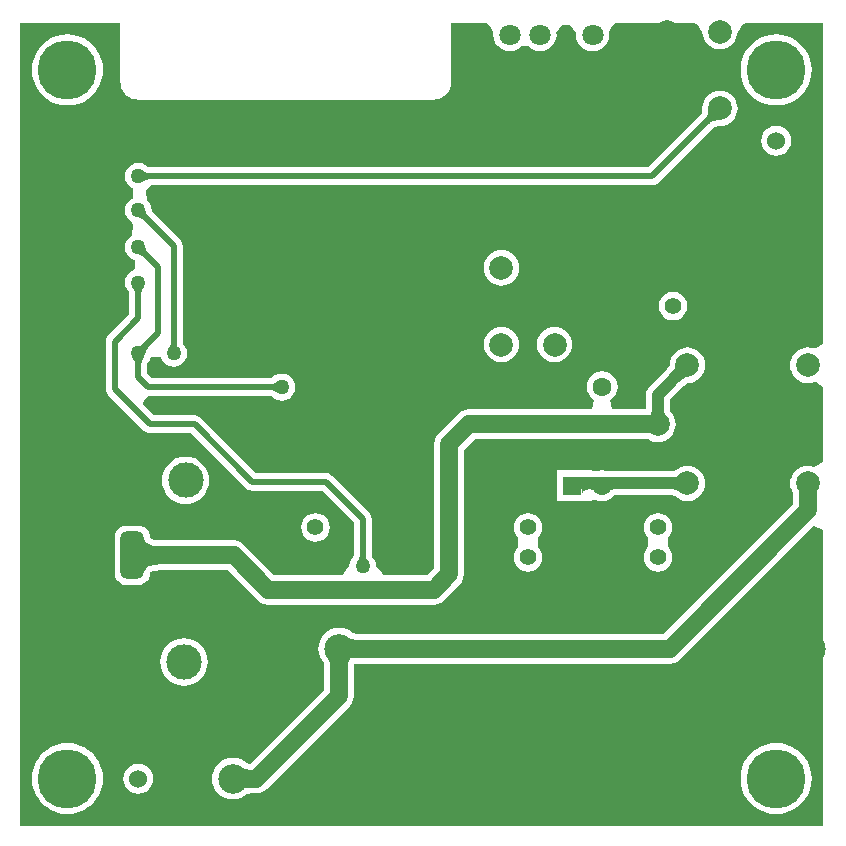
<source format=gbl>
G04 Layer_Physical_Order=2*
G04 Layer_Color=16711680*
%FSLAX25Y25*%
%MOIN*%
G70*
G01*
G75*
%ADD20C,0.11811*%
%ADD22C,0.01968*%
%ADD25C,0.03937*%
%ADD26C,0.19685*%
%ADD27C,0.07874*%
G04:AMPARAMS|DCode=28|XSize=157.48mil|YSize=78.74mil|CornerRadius=19.68mil|HoleSize=0mil|Usage=FLASHONLY|Rotation=0.000|XOffset=0mil|YOffset=0mil|HoleType=Round|Shape=RoundedRectangle|*
%AMROUNDEDRECTD28*
21,1,0.15748,0.03937,0,0,0.0*
21,1,0.11811,0.07874,0,0,0.0*
1,1,0.03937,0.05905,-0.01968*
1,1,0.03937,-0.05905,-0.01968*
1,1,0.03937,-0.05905,0.01968*
1,1,0.03937,0.05905,0.01968*
%
%ADD28ROUNDEDRECTD28*%
G04:AMPARAMS|DCode=29|XSize=157.48mil|YSize=78.74mil|CornerRadius=19.68mil|HoleSize=0mil|Usage=FLASHONLY|Rotation=90.000|XOffset=0mil|YOffset=0mil|HoleType=Round|Shape=RoundedRectangle|*
%AMROUNDEDRECTD29*
21,1,0.15748,0.03937,0,0,90.0*
21,1,0.11811,0.07874,0,0,90.0*
1,1,0.03937,0.01968,0.05905*
1,1,0.03937,0.01968,-0.05905*
1,1,0.03937,-0.01968,-0.05905*
1,1,0.03937,-0.01968,0.05905*
%
%ADD29ROUNDEDRECTD29*%
%ADD30C,0.05512*%
%ADD31C,0.09842*%
%ADD32C,0.07087*%
%ADD33C,0.06299*%
%ADD34R,0.06299X0.06299*%
%ADD35C,0.06000*%
%ADD36C,0.05000*%
%ADD37C,0.05905*%
G36*
X-23924Y-71452D02*
X-23755Y-71535D01*
X-23538Y-71609D01*
X-23273Y-71673D01*
X-22960Y-71727D01*
X-22188Y-71806D01*
X-21224Y-71846D01*
X-20669Y-71850D01*
Y-77756D01*
X-21224Y-77761D01*
X-22960Y-77879D01*
X-23273Y-77933D01*
X-23538Y-77997D01*
X-23755Y-78071D01*
X-23924Y-78154D01*
X-24045Y-78248D01*
Y-71358D01*
X-23924Y-71452D01*
D02*
G37*
G36*
X-59357Y-114759D02*
X-59188Y-114842D01*
X-58971Y-114916D01*
X-58706Y-114980D01*
X-58393Y-115034D01*
X-57621Y-115113D01*
X-56657Y-115153D01*
X-56102Y-115157D01*
Y-121063D01*
X-56657Y-121068D01*
X-58393Y-121186D01*
X-58706Y-121240D01*
X-58971Y-121304D01*
X-59188Y-121378D01*
X-59357Y-121462D01*
X-59478Y-121555D01*
Y-114665D01*
X-59357Y-114759D01*
D02*
G37*
G36*
X133858Y27107D02*
X133692Y26880D01*
X131386Y25407D01*
X130709Y25259D01*
X129898Y25505D01*
X128740Y25619D01*
X127583Y25505D01*
X126469Y25167D01*
X125443Y24619D01*
X124544Y23881D01*
X123806Y22982D01*
X123258Y21956D01*
X122920Y20843D01*
X122806Y19685D01*
X122920Y18527D01*
X123258Y17414D01*
X123806Y16388D01*
X124544Y15489D01*
X125443Y14751D01*
X126469Y14203D01*
X127583Y13865D01*
X128740Y13751D01*
X129898Y13865D01*
X130709Y14111D01*
X131386Y13963D01*
X133692Y12489D01*
X133858Y12263D01*
Y-12263D01*
X133692Y-12489D01*
X131386Y-13963D01*
X130709Y-14111D01*
X129898Y-13865D01*
X128740Y-13751D01*
X127583Y-13865D01*
X126469Y-14203D01*
X125443Y-14751D01*
X124544Y-15489D01*
X123806Y-16388D01*
X123258Y-17414D01*
X122920Y-18527D01*
X122806Y-19685D01*
X122920Y-20843D01*
X123258Y-21956D01*
X123776Y-22926D01*
Y-26684D01*
X80621Y-69839D01*
X-21099D01*
X-21174Y-69839D01*
X-22045Y-69803D01*
X-22687Y-69738D01*
X-22866Y-69707D01*
X-22926Y-69692D01*
X-23713Y-69047D01*
X-24910Y-68407D01*
X-26208Y-68013D01*
X-27559Y-67880D01*
X-28910Y-68013D01*
X-30208Y-68407D01*
X-31405Y-69047D01*
X-32454Y-69908D01*
X-33315Y-70957D01*
X-33955Y-72154D01*
X-34349Y-73453D01*
X-34482Y-74803D01*
X-34349Y-76154D01*
X-33955Y-77452D01*
X-33315Y-78649D01*
X-32670Y-79436D01*
X-32656Y-79496D01*
X-32630Y-79642D01*
X-32523Y-81216D01*
X-32523Y-81263D01*
Y-88495D01*
X-57151Y-113124D01*
X-57478Y-113110D01*
X-58120Y-113045D01*
X-58299Y-113014D01*
X-58359Y-112999D01*
X-59146Y-112354D01*
X-60343Y-111714D01*
X-61642Y-111320D01*
X-62992Y-111187D01*
X-64343Y-111320D01*
X-65641Y-111714D01*
X-66838Y-112354D01*
X-67888Y-113215D01*
X-68748Y-114264D01*
X-69388Y-115461D01*
X-69782Y-116760D01*
X-69915Y-118110D01*
X-69782Y-119461D01*
X-69388Y-120760D01*
X-68748Y-121957D01*
X-67888Y-123006D01*
X-66838Y-123867D01*
X-65641Y-124506D01*
X-64343Y-124900D01*
X-62992Y-125033D01*
X-61642Y-124900D01*
X-60343Y-124506D01*
X-59146Y-123867D01*
X-58359Y-123221D01*
X-58299Y-123207D01*
X-58153Y-123181D01*
X-56580Y-123074D01*
X-56532Y-123074D01*
X-55118D01*
X-53833Y-122905D01*
X-52636Y-122409D01*
X-51608Y-121620D01*
X-24049Y-94061D01*
X-23260Y-93033D01*
X-22764Y-91836D01*
X-22595Y-90551D01*
Y-81263D01*
X-22595Y-81188D01*
X-22559Y-80317D01*
X-22512Y-79860D01*
X-21147Y-79767D01*
X-21099Y-79767D01*
X82677D01*
X83962Y-79598D01*
X85159Y-79102D01*
X86187Y-78313D01*
X130709Y-33791D01*
X133858Y-35096D01*
Y-133858D01*
X-133858D01*
Y133858D01*
X-100432D01*
Y114173D01*
Y113786D01*
X-100394Y113592D01*
Y113394D01*
X-100242Y112633D01*
X-100167Y112451D01*
X-100128Y112257D01*
X-99831Y111540D01*
X-99722Y111376D01*
X-99646Y111193D01*
X-99215Y110548D01*
X-99075Y110409D01*
X-98965Y110244D01*
X-98417Y109696D01*
X-98253Y109586D01*
X-98113Y109446D01*
X-97468Y109016D01*
X-97285Y108940D01*
X-97121Y108830D01*
X-96405Y108533D01*
X-96211Y108495D01*
X-96028Y108419D01*
X-95267Y108268D01*
X-95070D01*
X-94876Y108229D01*
X-94488D01*
X3937Y108229D01*
X4325D01*
X4519Y108268D01*
X4716D01*
X5477Y108419D01*
X5660Y108495D01*
X5853Y108533D01*
X6570Y108830D01*
X6734Y108940D01*
X6917Y109016D01*
X7562Y109446D01*
X7701Y109586D01*
X7866Y109696D01*
X8414Y110244D01*
X8524Y110409D01*
X8664Y110548D01*
X9095Y111193D01*
X9170Y111376D01*
X9280Y111540D01*
X9577Y112257D01*
X9616Y112451D01*
X9691Y112633D01*
X9843Y113394D01*
Y113592D01*
X9881Y113786D01*
Y114173D01*
X9881Y114173D01*
Y133858D01*
X21626D01*
X22803Y132620D01*
X23914Y130709D01*
X23811Y129921D01*
X24000Y128482D01*
X24555Y127142D01*
X25439Y125990D01*
X26590Y125107D01*
X27931Y124551D01*
X29370Y124362D01*
X30809Y124551D01*
X32150Y125107D01*
X33301Y125990D01*
X35439D01*
X36590Y125107D01*
X37931Y124551D01*
X39370Y124362D01*
X40809Y124551D01*
X42150Y125107D01*
X43301Y125990D01*
X44185Y127142D01*
X44740Y128482D01*
X44929Y129921D01*
X44846Y130555D01*
X46820Y133074D01*
X49479D01*
X51453Y130555D01*
X51370Y129921D01*
X51559Y128482D01*
X52115Y127142D01*
X52998Y125990D01*
X54150Y125107D01*
X55490Y124551D01*
X56929Y124362D01*
X58368Y124551D01*
X59709Y125107D01*
X60860Y125990D01*
X61744Y127142D01*
X62299Y128482D01*
X62489Y129921D01*
X62385Y130709D01*
X63497Y132620D01*
X64673Y133858D01*
X90843D01*
X91645Y133334D01*
X93475Y130905D01*
X93589Y129748D01*
X93927Y128635D01*
X94475Y127609D01*
X95213Y126709D01*
X96113Y125971D01*
X97139Y125423D01*
X98252Y125085D01*
X99410Y124971D01*
X100567Y125085D01*
X101680Y125423D01*
X102706Y125971D01*
X103605Y126709D01*
X104343Y127609D01*
X104892Y128635D01*
X105229Y129748D01*
X105343Y130905D01*
X107174Y133334D01*
X107976Y133858D01*
X133858D01*
Y27107D01*
D02*
G37*
G36*
X-24208Y-78438D02*
X-24291Y-78607D01*
X-24365Y-78824D01*
X-24429Y-79089D01*
X-24483Y-79403D01*
X-24562Y-80174D01*
X-24601Y-81138D01*
X-24606Y-81693D01*
X-30512D01*
X-30517Y-81138D01*
X-30635Y-79403D01*
X-30689Y-79089D01*
X-30753Y-78824D01*
X-30827Y-78607D01*
X-30910Y-78438D01*
X-31004Y-78318D01*
X-24114D01*
X-24208Y-78438D01*
D02*
G37*
%LPC*%
G36*
X26575Y32509D02*
X25417Y32395D01*
X24304Y32057D01*
X23278Y31509D01*
X22379Y30771D01*
X21641Y29872D01*
X21092Y28846D01*
X20755Y27733D01*
X20641Y26575D01*
X20755Y25417D01*
X21092Y24304D01*
X21641Y23278D01*
X22379Y22379D01*
X23278Y21641D01*
X24304Y21092D01*
X25417Y20755D01*
X26575Y20641D01*
X27733Y20755D01*
X28846Y21092D01*
X29872Y21641D01*
X30771Y22379D01*
X31509Y23278D01*
X32057Y24304D01*
X32395Y25417D01*
X32509Y26575D01*
X32395Y27733D01*
X32057Y28846D01*
X31509Y29872D01*
X30771Y30771D01*
X29872Y31509D01*
X28846Y32057D01*
X27733Y32395D01*
X26575Y32509D01*
D02*
G37*
G36*
X44291D02*
X43134Y32395D01*
X42020Y32057D01*
X40995Y31509D01*
X40095Y30771D01*
X39357Y29872D01*
X38809Y28846D01*
X38471Y27733D01*
X38357Y26575D01*
X38471Y25417D01*
X38809Y24304D01*
X39357Y23278D01*
X40095Y22379D01*
X40995Y21641D01*
X42020Y21092D01*
X43134Y20755D01*
X44291Y20641D01*
X45449Y20755D01*
X46562Y21092D01*
X47588Y21641D01*
X48487Y22379D01*
X49225Y23278D01*
X49774Y24304D01*
X50111Y25417D01*
X50225Y26575D01*
X50111Y27733D01*
X49774Y28846D01*
X49225Y29872D01*
X48487Y30771D01*
X47588Y31509D01*
X46562Y32057D01*
X45449Y32395D01*
X44291Y32509D01*
D02*
G37*
G36*
X-35433Y-29605D02*
X-36666Y-29767D01*
X-37816Y-30243D01*
X-38803Y-31001D01*
X-39560Y-31988D01*
X-40036Y-33137D01*
X-40198Y-34370D01*
X-40036Y-35603D01*
X-39560Y-36753D01*
X-38803Y-37740D01*
X-37816Y-38497D01*
X-36666Y-38973D01*
X-35433Y-39135D01*
X-34200Y-38973D01*
X-33051Y-38497D01*
X-32064Y-37740D01*
X-31306Y-36753D01*
X-30830Y-35603D01*
X-30668Y-34370D01*
X-30830Y-33137D01*
X-31306Y-31988D01*
X-32064Y-31001D01*
X-33051Y-30243D01*
X-34200Y-29767D01*
X-35433Y-29605D01*
D02*
G37*
G36*
X-78740Y-10773D02*
X-80284Y-10925D01*
X-81768Y-11375D01*
X-83136Y-12106D01*
X-84335Y-13090D01*
X-85319Y-14289D01*
X-86050Y-15657D01*
X-86500Y-17142D01*
X-86652Y-18685D01*
X-86500Y-20229D01*
X-86050Y-21713D01*
X-85319Y-23081D01*
X-84335Y-24280D01*
X-83136Y-25264D01*
X-81768Y-25995D01*
X-80284Y-26445D01*
X-78740Y-26597D01*
X-77197Y-26445D01*
X-75712Y-25995D01*
X-74344Y-25264D01*
X-73146Y-24280D01*
X-72162Y-23081D01*
X-71430Y-21713D01*
X-70980Y-20229D01*
X-70828Y-18685D01*
X-70980Y-17142D01*
X-71430Y-15657D01*
X-72162Y-14289D01*
X-73146Y-13090D01*
X-74344Y-12106D01*
X-75712Y-11375D01*
X-77197Y-10925D01*
X-78740Y-10773D01*
D02*
G37*
G36*
X88583Y-13751D02*
X87425Y-13865D01*
X86312Y-14203D01*
X85286Y-14751D01*
X84516Y-15383D01*
X84439Y-15428D01*
X84369Y-15490D01*
X84337Y-15507D01*
X84255Y-15540D01*
X84126Y-15579D01*
X83950Y-15620D01*
X83752Y-15652D01*
X83133Y-15703D01*
X82774Y-15710D01*
X82754Y-15714D01*
X63571D01*
X63548Y-15710D01*
X63375Y-15714D01*
X62090D01*
X61454Y-15451D01*
X60118Y-15275D01*
X58782Y-15451D01*
X58386Y-15615D01*
X55236Y-15319D01*
X53256Y-15292D01*
X53227Y-15298D01*
X53119Y-15297D01*
X53038Y-15319D01*
X45000D01*
Y-25555D01*
X52993D01*
X53040Y-25570D01*
X53192Y-25569D01*
X53256Y-25582D01*
X55236Y-25555D01*
X58386Y-25259D01*
X58782Y-25423D01*
X60118Y-25599D01*
X61454Y-25423D01*
X62699Y-24908D01*
X63768Y-24087D01*
X64064Y-23702D01*
X64636Y-23664D01*
X64935Y-23661D01*
X64956Y-23656D01*
X82721D01*
X82734Y-23659D01*
X83484Y-23688D01*
X83728Y-23714D01*
X83950Y-23750D01*
X84126Y-23791D01*
X84255Y-23830D01*
X84337Y-23863D01*
X84369Y-23880D01*
X84439Y-23942D01*
X84516Y-23987D01*
X85286Y-24619D01*
X86312Y-25167D01*
X87425Y-25505D01*
X88583Y-25619D01*
X89740Y-25505D01*
X90854Y-25167D01*
X91879Y-24619D01*
X92779Y-23881D01*
X93517Y-22982D01*
X94065Y-21956D01*
X94403Y-20843D01*
X94517Y-19685D01*
X94403Y-18527D01*
X94065Y-17414D01*
X93517Y-16388D01*
X92779Y-15489D01*
X91879Y-14751D01*
X90854Y-14203D01*
X89740Y-13865D01*
X88583Y-13751D01*
D02*
G37*
G36*
X35433Y-29605D02*
X34200Y-29767D01*
X33051Y-30243D01*
X32064Y-31001D01*
X31306Y-31988D01*
X30830Y-33137D01*
X30668Y-34370D01*
X30830Y-35603D01*
X31306Y-36753D01*
X31792Y-37386D01*
X31954Y-37753D01*
X32064Y-38271D01*
Y-40470D01*
X31954Y-40987D01*
X31792Y-41354D01*
X31306Y-41987D01*
X30830Y-43137D01*
X30668Y-44370D01*
X30830Y-45603D01*
X31306Y-46753D01*
X32064Y-47740D01*
X33051Y-48497D01*
X34200Y-48973D01*
X35433Y-49135D01*
X36666Y-48973D01*
X37816Y-48497D01*
X38803Y-47740D01*
X39560Y-46753D01*
X40036Y-45603D01*
X40198Y-44370D01*
X40036Y-43137D01*
X39560Y-41987D01*
X39074Y-41354D01*
X38912Y-40987D01*
X38803Y-40470D01*
Y-38271D01*
X38912Y-37753D01*
X39074Y-37386D01*
X39560Y-36753D01*
X40036Y-35603D01*
X40198Y-34370D01*
X40036Y-33137D01*
X39560Y-31988D01*
X38803Y-31001D01*
X37816Y-30243D01*
X36666Y-29767D01*
X35433Y-29605D01*
D02*
G37*
G36*
X78740D02*
X77507Y-29767D01*
X76358Y-30243D01*
X75371Y-31001D01*
X74613Y-31988D01*
X74137Y-33137D01*
X73975Y-34370D01*
X74137Y-35603D01*
X74613Y-36753D01*
X75099Y-37386D01*
X75371Y-38002D01*
Y-40738D01*
X75099Y-41354D01*
X74613Y-41987D01*
X74137Y-43137D01*
X73975Y-44370D01*
X74137Y-45603D01*
X74613Y-46753D01*
X75371Y-47740D01*
X76358Y-48497D01*
X77507Y-48973D01*
X78740Y-49135D01*
X79974Y-48973D01*
X81123Y-48497D01*
X82110Y-47740D01*
X82867Y-46753D01*
X83343Y-45603D01*
X83505Y-44370D01*
X83343Y-43137D01*
X82867Y-41987D01*
X82381Y-41354D01*
X82110Y-40738D01*
Y-38002D01*
X82381Y-37386D01*
X82867Y-36753D01*
X83343Y-35603D01*
X83505Y-34370D01*
X83343Y-33137D01*
X82867Y-31988D01*
X82110Y-31001D01*
X81123Y-30243D01*
X79974Y-29767D01*
X78740Y-29605D01*
D02*
G37*
G36*
X83740Y44135D02*
X82507Y43973D01*
X81358Y43497D01*
X80371Y42740D01*
X79613Y41753D01*
X79137Y40603D01*
X78975Y39370D01*
X79137Y38137D01*
X79613Y36988D01*
X80371Y36001D01*
X81358Y35243D01*
X82507Y34767D01*
X83740Y34605D01*
X84974Y34767D01*
X86123Y35243D01*
X87110Y36001D01*
X87867Y36988D01*
X88343Y38137D01*
X88505Y39370D01*
X88343Y40603D01*
X87867Y41753D01*
X87110Y42740D01*
X86123Y43497D01*
X84974Y43973D01*
X83740Y44135D01*
D02*
G37*
G36*
X118110Y99500D02*
X116813Y99329D01*
X115605Y98828D01*
X114567Y98032D01*
X113770Y96994D01*
X113270Y95785D01*
X113099Y94488D01*
X113270Y93191D01*
X113770Y91983D01*
X114567Y90945D01*
X115605Y90148D01*
X116813Y89648D01*
X118110Y89477D01*
X119407Y89648D01*
X120616Y90148D01*
X121654Y90945D01*
X122450Y91983D01*
X122951Y93191D01*
X123122Y94488D01*
X122951Y95785D01*
X122450Y96994D01*
X121654Y98032D01*
X120616Y98828D01*
X119407Y99329D01*
X118110Y99500D01*
D02*
G37*
G36*
X99410Y111249D02*
X98252Y111135D01*
X97139Y110797D01*
X96113Y110249D01*
X95213Y109511D01*
X94475Y108612D01*
X93927Y107586D01*
X93589Y106473D01*
X93482Y105378D01*
X93466Y105304D01*
X93460Y104874D01*
X93437Y104528D01*
X93398Y104221D01*
X93347Y103953D01*
X93286Y103724D01*
X93218Y103533D01*
X93146Y103376D01*
X93073Y103250D01*
X93001Y103149D01*
X92854Y102985D01*
X92833Y102950D01*
X75538Y85655D01*
X-90575D01*
X-90628Y85668D01*
X-90809Y85673D01*
X-90910Y85683D01*
X-90993Y85697D01*
X-91058Y85713D01*
X-91109Y85730D01*
X-91149Y85747D01*
X-91182Y85765D01*
X-91210Y85783D01*
X-91238Y85805D01*
X-91330Y85892D01*
X-91366Y85914D01*
X-92235Y86580D01*
X-93322Y87031D01*
X-94488Y87184D01*
X-95655Y87031D01*
X-96742Y86580D01*
X-97675Y85864D01*
X-98391Y84931D01*
X-98842Y83844D01*
X-98995Y82677D01*
X-98842Y81511D01*
X-98391Y80424D01*
X-97675Y79490D01*
X-96742Y78774D01*
X-96389Y78628D01*
X-96327Y78377D01*
Y75639D01*
X-96389Y75388D01*
X-96742Y75242D01*
X-97675Y74525D01*
X-98391Y73592D01*
X-98842Y72505D01*
X-98995Y71339D01*
X-98842Y70172D01*
X-98391Y69085D01*
X-97675Y68152D01*
X-96742Y67435D01*
X-96624Y67386D01*
X-96163Y66475D01*
X-96112Y66171D01*
X-96742Y62958D01*
X-97675Y62242D01*
X-98391Y61309D01*
X-98842Y60222D01*
X-98995Y59055D01*
X-98842Y57889D01*
X-98391Y56802D01*
X-97675Y55868D01*
X-96742Y55152D01*
X-95655Y54702D01*
Y51598D01*
X-96742Y51147D01*
X-97675Y50431D01*
X-98391Y49498D01*
X-98842Y48411D01*
X-98995Y47244D01*
X-98842Y46078D01*
X-98391Y44991D01*
X-97725Y44122D01*
X-97703Y44086D01*
X-97616Y43994D01*
X-97594Y43966D01*
X-97576Y43938D01*
X-97558Y43905D01*
X-97541Y43865D01*
X-97524Y43814D01*
X-97508Y43749D01*
X-97494Y43666D01*
X-97484Y43565D01*
X-97478Y43384D01*
X-97466Y43331D01*
Y36667D01*
X-104468Y29665D01*
X-104941Y29048D01*
X-105239Y28330D01*
X-105340Y27559D01*
Y11811D01*
X-105239Y11040D01*
X-104941Y10322D01*
X-104468Y9705D01*
X-92657Y-2106D01*
X-92657Y-2106D01*
X-92040Y-2579D01*
X-91322Y-2877D01*
X-90551Y-2978D01*
X-76848D01*
X-58536Y-21290D01*
X-57919Y-21763D01*
X-57201Y-22061D01*
X-56430Y-22162D01*
X-33231D01*
X-22663Y-32730D01*
Y-43331D01*
X-22675Y-43384D01*
X-22681Y-43565D01*
X-22691Y-43666D01*
X-22705Y-43749D01*
X-22721Y-43814D01*
X-22738Y-43865D01*
X-22755Y-43905D01*
X-22772Y-43938D01*
X-22791Y-43966D01*
X-22813Y-43994D01*
X-22899Y-44086D01*
X-22921Y-44122D01*
X-23588Y-44991D01*
X-24038Y-46078D01*
X-24192Y-47244D01*
X-26071Y-49729D01*
X-26725Y-50154D01*
X-49125D01*
X-59104Y-40175D01*
X-60132Y-39386D01*
X-61330Y-38890D01*
X-62614Y-38721D01*
X-86731D01*
X-87619Y-38698D01*
X-88487Y-38622D01*
X-89201Y-38503D01*
X-89755Y-38354D01*
X-90140Y-38197D01*
X-90364Y-38061D01*
X-90457Y-37974D01*
X-90482Y-37937D01*
X-90496Y-37896D01*
X-90531Y-37571D01*
X-90555Y-37492D01*
X-90653Y-36752D01*
X-91049Y-35794D01*
X-91680Y-34972D01*
X-92503Y-34341D01*
X-93460Y-33944D01*
X-94488Y-33809D01*
X-98425D01*
X-99453Y-33944D01*
X-100411Y-34341D01*
X-101233Y-34972D01*
X-101864Y-35794D01*
X-102261Y-36752D01*
X-102396Y-37780D01*
Y-49591D01*
X-102261Y-50618D01*
X-101864Y-51576D01*
X-101233Y-52399D01*
X-100411Y-53030D01*
X-99453Y-53426D01*
X-98425Y-53562D01*
X-94488D01*
X-93460Y-53426D01*
X-92503Y-53030D01*
X-91680Y-52399D01*
X-91049Y-51576D01*
X-90653Y-50618D01*
X-90555Y-49880D01*
X-90531Y-49801D01*
X-90496Y-49475D01*
X-90482Y-49434D01*
X-90457Y-49396D01*
X-90363Y-49310D01*
X-90140Y-49173D01*
X-89754Y-49016D01*
X-89201Y-48867D01*
X-88487Y-48748D01*
X-87619Y-48672D01*
X-86731Y-48649D01*
X-64670D01*
X-54691Y-58628D01*
X-53663Y-59417D01*
X-52466Y-59913D01*
X-51181Y-60082D01*
X3937D01*
X5222Y-59913D01*
X6419Y-59417D01*
X7447Y-58628D01*
X12565Y-53510D01*
X13354Y-52482D01*
X13850Y-51285D01*
X14019Y-50000D01*
Y-8749D01*
X17804Y-4964D01*
X75499D01*
X76469Y-5482D01*
X77583Y-5820D01*
X78740Y-5934D01*
X79898Y-5820D01*
X81011Y-5482D01*
X82037Y-4934D01*
X82936Y-4196D01*
X83674Y-3297D01*
X84223Y-2271D01*
X84560Y-1158D01*
X84674Y0D01*
X84560Y1158D01*
X84223Y2271D01*
X83674Y3297D01*
X83042Y4067D01*
X82997Y4144D01*
X82935Y4214D01*
X82918Y4246D01*
X82885Y4327D01*
X82846Y4456D01*
X82805Y4633D01*
X82783Y4770D01*
X82715Y8147D01*
X82711Y8166D01*
Y8198D01*
X87246Y12732D01*
X87257Y12739D01*
X87808Y13249D01*
X87999Y13403D01*
X88181Y13534D01*
X88335Y13631D01*
X88454Y13694D01*
X88535Y13728D01*
X88570Y13739D01*
X88662Y13745D01*
X88749Y13767D01*
X89740Y13865D01*
X90854Y14203D01*
X91879Y14751D01*
X92779Y15489D01*
X93517Y16388D01*
X94065Y17414D01*
X94403Y18527D01*
X94517Y19685D01*
X94403Y20843D01*
X94065Y21956D01*
X93517Y22982D01*
X92779Y23881D01*
X91879Y24619D01*
X90854Y25167D01*
X89740Y25505D01*
X88583Y25619D01*
X87425Y25505D01*
X86312Y25167D01*
X85286Y24619D01*
X84387Y23881D01*
X83649Y22982D01*
X83100Y21956D01*
X82763Y20843D01*
X82665Y19851D01*
X82642Y19765D01*
X82637Y19672D01*
X82626Y19637D01*
X82592Y19556D01*
X82528Y19437D01*
X82432Y19284D01*
X82315Y19121D01*
X81914Y18647D01*
X81664Y18388D01*
X81653Y18372D01*
X75932Y12650D01*
X75301Y11828D01*
X74905Y10870D01*
X74769Y9843D01*
Y8145D01*
X74765Y8124D01*
X74739Y5138D01*
X74737Y5099D01*
X74723Y4964D01*
X63376D01*
X62699Y8092D01*
X63768Y8913D01*
X64589Y9982D01*
X65105Y11227D01*
X65280Y12563D01*
X65105Y13899D01*
X64589Y15144D01*
X63768Y16213D01*
X62699Y17034D01*
X61454Y17549D01*
X60118Y17725D01*
X58782Y17549D01*
X57537Y17034D01*
X56468Y16213D01*
X55647Y15144D01*
X55132Y13899D01*
X54956Y12563D01*
X55132Y11227D01*
X55647Y9982D01*
X56468Y8913D01*
X57537Y8092D01*
X56860Y4964D01*
X15748D01*
X14463Y4795D01*
X13266Y4299D01*
X12238Y3510D01*
X5545Y-3183D01*
X4756Y-4211D01*
X4261Y-5408D01*
X4091Y-6693D01*
Y-47944D01*
X1881Y-50154D01*
X-12645D01*
X-13299Y-49729D01*
X-15178Y-47244D01*
X-15331Y-46078D01*
X-15782Y-44991D01*
X-16449Y-44122D01*
X-16471Y-44086D01*
X-16557Y-43994D01*
X-16579Y-43966D01*
X-16598Y-43938D01*
X-16615Y-43905D01*
X-16632Y-43865D01*
X-16649Y-43814D01*
X-16665Y-43749D01*
X-16679Y-43666D01*
X-16689Y-43565D01*
X-16695Y-43384D01*
X-16707Y-43331D01*
Y-31496D01*
X-16707Y-31496D01*
X-16808Y-30725D01*
X-17106Y-30007D01*
X-17579Y-29390D01*
X-29891Y-17078D01*
X-30508Y-16605D01*
X-31226Y-16307D01*
X-31997Y-16206D01*
X-55196D01*
X-73508Y2106D01*
X-74125Y2579D01*
X-74843Y2877D01*
X-75614Y2978D01*
X-89318D01*
X-92954Y6615D01*
X-92432Y8075D01*
X-91334Y9449D01*
X-91142Y9423D01*
X-50566D01*
X-50514Y9411D01*
X-50332Y9406D01*
X-50231Y9396D01*
X-50149Y9382D01*
X-50084Y9366D01*
X-50032Y9349D01*
X-49992Y9331D01*
X-49960Y9314D01*
X-49931Y9295D01*
X-49903Y9273D01*
X-49811Y9187D01*
X-49776Y9165D01*
X-48907Y8498D01*
X-47820Y8048D01*
X-46654Y7895D01*
X-45487Y8048D01*
X-44400Y8498D01*
X-43467Y9215D01*
X-42750Y10148D01*
X-42300Y11235D01*
X-42147Y12402D01*
X-42300Y13568D01*
X-42750Y14655D01*
X-43467Y15589D01*
X-44400Y16305D01*
X-45487Y16755D01*
X-46654Y16909D01*
X-47820Y16755D01*
X-48907Y16305D01*
X-49776Y15638D01*
X-49811Y15616D01*
X-49903Y15530D01*
X-49931Y15508D01*
X-49960Y15489D01*
X-49992Y15472D01*
X-50032Y15454D01*
X-50084Y15438D01*
X-50149Y15421D01*
X-50231Y15407D01*
X-50332Y15398D01*
X-50514Y15392D01*
X-50566Y15380D01*
X-89908D01*
X-91510Y16982D01*
Y19709D01*
X-91498Y19762D01*
X-91492Y19943D01*
X-91482Y20044D01*
X-91469Y20127D01*
X-91452Y20192D01*
X-91435Y20243D01*
X-91418Y20283D01*
X-91401Y20315D01*
X-91382Y20344D01*
X-91360Y20372D01*
X-91274Y20464D01*
X-91252Y20500D01*
X-90585Y21369D01*
X-90135Y22456D01*
X-87031D01*
X-86580Y21369D01*
X-85864Y20435D01*
X-84931Y19719D01*
X-83844Y19269D01*
X-82677Y19115D01*
X-81511Y19269D01*
X-80424Y19719D01*
X-79490Y20435D01*
X-78774Y21369D01*
X-78324Y22456D01*
X-78170Y23622D01*
X-78324Y24789D01*
X-78774Y25876D01*
X-79441Y26745D01*
X-79463Y26780D01*
X-79549Y26872D01*
X-79571Y26900D01*
X-79590Y26929D01*
X-79607Y26961D01*
X-79624Y27001D01*
X-79641Y27052D01*
X-79658Y27117D01*
X-79671Y27200D01*
X-79681Y27301D01*
X-79687Y27482D01*
X-79699Y27535D01*
Y59528D01*
X-79800Y60298D01*
X-80098Y61017D01*
X-80571Y61633D01*
X-80571Y61633D01*
X-89616Y70678D01*
X-89644Y70723D01*
X-89768Y70856D01*
X-89833Y70934D01*
X-89881Y71002D01*
X-89916Y71060D01*
X-89940Y71108D01*
X-89956Y71149D01*
X-89967Y71184D01*
X-89974Y71217D01*
X-89978Y71253D01*
X-89982Y71379D01*
X-89992Y71419D01*
X-90135Y72505D01*
X-90585Y73592D01*
X-91301Y74525D01*
X-91544Y74712D01*
X-91774Y77609D01*
X-91640Y78298D01*
X-90048Y79699D01*
X76772D01*
X77543Y79800D01*
X78261Y80098D01*
X78878Y80571D01*
X97045Y98738D01*
X97080Y98759D01*
X97244Y98906D01*
X97344Y98979D01*
X97470Y99052D01*
X97627Y99123D01*
X97818Y99191D01*
X98048Y99252D01*
X98286Y99298D01*
X98996Y99366D01*
X99398Y99371D01*
X99472Y99387D01*
X100567Y99495D01*
X101680Y99833D01*
X102706Y100381D01*
X103605Y101119D01*
X104343Y102018D01*
X104892Y103044D01*
X105229Y104157D01*
X105343Y105315D01*
X105229Y106473D01*
X104892Y107586D01*
X104343Y108612D01*
X103605Y109511D01*
X102706Y110249D01*
X101680Y110797D01*
X100567Y111135D01*
X99410Y111249D01*
D02*
G37*
G36*
X-118110Y-106263D02*
X-119964Y-106409D01*
X-121771Y-106843D01*
X-123489Y-107554D01*
X-125074Y-108525D01*
X-126488Y-109733D01*
X-127695Y-111146D01*
X-128666Y-112732D01*
X-129378Y-114449D01*
X-129812Y-116257D01*
X-129958Y-118110D01*
X-129812Y-119964D01*
X-129378Y-121771D01*
X-128666Y-123489D01*
X-127695Y-125074D01*
X-126488Y-126488D01*
X-125074Y-127695D01*
X-123489Y-128666D01*
X-121771Y-129378D01*
X-119964Y-129812D01*
X-118110Y-129958D01*
X-116257Y-129812D01*
X-114449Y-129378D01*
X-112732Y-128666D01*
X-111146Y-127695D01*
X-109733Y-126488D01*
X-108525Y-125074D01*
X-107554Y-123489D01*
X-106843Y-121771D01*
X-106409Y-119964D01*
X-106263Y-118110D01*
X-106409Y-116257D01*
X-106843Y-114449D01*
X-107554Y-112732D01*
X-108525Y-111146D01*
X-109733Y-109733D01*
X-111146Y-108525D01*
X-112732Y-107554D01*
X-114449Y-106843D01*
X-116257Y-106409D01*
X-118110Y-106263D01*
D02*
G37*
G36*
X118110Y129958D02*
X116257Y129812D01*
X114449Y129378D01*
X112732Y128666D01*
X111146Y127695D01*
X109733Y126488D01*
X108525Y125074D01*
X107554Y123489D01*
X106843Y121771D01*
X106409Y119964D01*
X106263Y118110D01*
X106409Y116257D01*
X106843Y114449D01*
X107554Y112732D01*
X108525Y111146D01*
X109733Y109733D01*
X111146Y108525D01*
X112732Y107554D01*
X114449Y106843D01*
X116257Y106409D01*
X118110Y106263D01*
X119964Y106409D01*
X121771Y106843D01*
X123489Y107554D01*
X125074Y108525D01*
X126488Y109733D01*
X127695Y111146D01*
X128666Y112732D01*
X129378Y114449D01*
X129812Y116257D01*
X129958Y118110D01*
X129812Y119964D01*
X129378Y121771D01*
X128666Y123489D01*
X127695Y125074D01*
X126488Y126488D01*
X125074Y127695D01*
X123489Y128666D01*
X121771Y129378D01*
X119964Y129812D01*
X118110Y129958D01*
D02*
G37*
G36*
X-118110D02*
X-119964Y129812D01*
X-121771Y129378D01*
X-123489Y128666D01*
X-125074Y127695D01*
X-126488Y126488D01*
X-127695Y125074D01*
X-128666Y123489D01*
X-129378Y121771D01*
X-129812Y119964D01*
X-129958Y118110D01*
X-129812Y116257D01*
X-129378Y114449D01*
X-128666Y112732D01*
X-127695Y111146D01*
X-126488Y109733D01*
X-125074Y108525D01*
X-123489Y107554D01*
X-121771Y106843D01*
X-119964Y106409D01*
X-118110Y106263D01*
X-116257Y106409D01*
X-114449Y106843D01*
X-112732Y107554D01*
X-111146Y108525D01*
X-109733Y109733D01*
X-108525Y111146D01*
X-107554Y112732D01*
X-106843Y114449D01*
X-106409Y116257D01*
X-106263Y118110D01*
X-106409Y119964D01*
X-106843Y121771D01*
X-107554Y123489D01*
X-108525Y125074D01*
X-109733Y126488D01*
X-111146Y127695D01*
X-112732Y128666D01*
X-114449Y129378D01*
X-116257Y129812D01*
X-118110Y129958D01*
D02*
G37*
G36*
X26575Y58099D02*
X25417Y57985D01*
X24304Y57648D01*
X23278Y57099D01*
X22379Y56361D01*
X21641Y55462D01*
X21092Y54436D01*
X20755Y53323D01*
X20641Y52165D01*
X20755Y51008D01*
X21092Y49894D01*
X21641Y48869D01*
X22379Y47969D01*
X23278Y47231D01*
X24304Y46683D01*
X25417Y46345D01*
X26575Y46231D01*
X27733Y46345D01*
X28846Y46683D01*
X29872Y47231D01*
X30771Y47969D01*
X31509Y48869D01*
X32057Y49894D01*
X32395Y51008D01*
X32509Y52165D01*
X32395Y53323D01*
X32057Y54436D01*
X31509Y55462D01*
X30771Y56361D01*
X29872Y57099D01*
X28846Y57648D01*
X27733Y57985D01*
X26575Y58099D01*
D02*
G37*
G36*
X-94488Y-113099D02*
X-95785Y-113270D01*
X-96994Y-113770D01*
X-98032Y-114567D01*
X-98828Y-115605D01*
X-99329Y-116813D01*
X-99500Y-118110D01*
X-99329Y-119407D01*
X-98828Y-120616D01*
X-98032Y-121654D01*
X-96994Y-122450D01*
X-95785Y-122951D01*
X-94488Y-123122D01*
X-93191Y-122951D01*
X-91983Y-122450D01*
X-90945Y-121654D01*
X-90148Y-120616D01*
X-89648Y-119407D01*
X-89477Y-118110D01*
X-89648Y-116813D01*
X-90148Y-115605D01*
X-90945Y-114567D01*
X-91983Y-113770D01*
X-93191Y-113270D01*
X-94488Y-113099D01*
D02*
G37*
G36*
X-79240Y-71273D02*
X-80784Y-71425D01*
X-82268Y-71875D01*
X-83636Y-72606D01*
X-84835Y-73590D01*
X-85819Y-74789D01*
X-86550Y-76157D01*
X-87000Y-77641D01*
X-87152Y-79185D01*
X-87000Y-80729D01*
X-86550Y-82213D01*
X-85819Y-83581D01*
X-84835Y-84780D01*
X-83636Y-85764D01*
X-82268Y-86495D01*
X-80784Y-86945D01*
X-79240Y-87097D01*
X-77697Y-86945D01*
X-76212Y-86495D01*
X-74844Y-85764D01*
X-73646Y-84780D01*
X-72662Y-83581D01*
X-71930Y-82213D01*
X-71480Y-80729D01*
X-71328Y-79185D01*
X-71480Y-77641D01*
X-71930Y-76157D01*
X-72662Y-74789D01*
X-73646Y-73590D01*
X-74844Y-72606D01*
X-76212Y-71875D01*
X-77697Y-71425D01*
X-79240Y-71273D01*
D02*
G37*
G36*
X118110Y-106263D02*
X116257Y-106409D01*
X114449Y-106843D01*
X112732Y-107554D01*
X111146Y-108525D01*
X109733Y-109733D01*
X108525Y-111146D01*
X107554Y-112732D01*
X106843Y-114449D01*
X106409Y-116257D01*
X106263Y-118110D01*
X106409Y-119964D01*
X106843Y-121771D01*
X107554Y-123489D01*
X108525Y-125074D01*
X109733Y-126488D01*
X111146Y-127695D01*
X112732Y-128666D01*
X114449Y-129378D01*
X116257Y-129812D01*
X118110Y-129958D01*
X119964Y-129812D01*
X121771Y-129378D01*
X123489Y-128666D01*
X125074Y-127695D01*
X126488Y-126488D01*
X127695Y-125074D01*
X128666Y-123489D01*
X129378Y-121771D01*
X129812Y-119964D01*
X129958Y-118110D01*
X129812Y-116257D01*
X129378Y-114449D01*
X128666Y-112732D01*
X127695Y-111146D01*
X126488Y-109733D01*
X125074Y-108525D01*
X123489Y-107554D01*
X121771Y-106843D01*
X119964Y-106409D01*
X118110Y-106263D01*
D02*
G37*
%LPD*%
G36*
X85771Y-22441D02*
X85603Y-22291D01*
X85406Y-22158D01*
X85180Y-22039D01*
X84927Y-21937D01*
X84645Y-21850D01*
X84335Y-21779D01*
X83996Y-21724D01*
X83630Y-21685D01*
X82811Y-21654D01*
Y-17717D01*
X83234Y-17709D01*
X83996Y-17646D01*
X84335Y-17591D01*
X84645Y-17520D01*
X84927Y-17433D01*
X85180Y-17331D01*
X85406Y-17213D01*
X85603Y-17079D01*
X85771Y-16929D01*
Y-22441D01*
D02*
G37*
G36*
X64913Y-21654D02*
X64558Y-21657D01*
X63689Y-21715D01*
X63464Y-21750D01*
X63272Y-21793D01*
X63113Y-21843D01*
X62985Y-21902D01*
X62891Y-21967D01*
X62829Y-22041D01*
X60118Y-19384D01*
X61776Y-17759D01*
X63595Y-17717D01*
X64913Y-21654D01*
D02*
G37*
G36*
X53295Y-17379D02*
X53413Y-17450D01*
X53610Y-17512D01*
X53886Y-17566D01*
X54240Y-17612D01*
X55185Y-17679D01*
X57193Y-17717D01*
Y-17729D01*
X58460Y-17759D01*
X60118Y-19384D01*
X57407Y-22041D01*
X57345Y-21967D01*
X57251Y-21902D01*
X57124Y-21843D01*
X56964Y-21793D01*
X56772Y-21750D01*
X56547Y-21715D01*
X56210Y-21693D01*
X55775Y-21730D01*
X55185Y-21826D01*
X54673Y-21961D01*
X54240Y-22134D01*
X53886Y-22345D01*
X53610Y-22595D01*
X53413Y-22883D01*
X53295Y-23210D01*
X53256Y-23575D01*
Y-17299D01*
X53295Y-17379D01*
D02*
G37*
G36*
X-92467Y-38342D02*
X-92290Y-38844D01*
X-91994Y-39286D01*
X-91580Y-39670D01*
X-91047Y-39994D01*
X-90396Y-40260D01*
X-89627Y-40467D01*
X-88740Y-40614D01*
X-87734Y-40703D01*
X-86609Y-40732D01*
Y-46638D01*
X-87734Y-46667D01*
X-88740Y-46756D01*
X-89627Y-46903D01*
X-90396Y-47110D01*
X-91047Y-47376D01*
X-91580Y-47701D01*
X-91994Y-48085D01*
X-92290Y-48528D01*
X-92468Y-49029D01*
X-92527Y-49591D01*
X-92527Y-37781D01*
X-92467Y-38342D01*
D02*
G37*
G36*
X-18693Y-43693D02*
X-18670Y-43930D01*
X-18632Y-44157D01*
X-18578Y-44374D01*
X-18509Y-44580D01*
X-18425Y-44776D01*
X-18326Y-44962D01*
X-18211Y-45138D01*
X-18080Y-45303D01*
X-17935Y-45459D01*
X-21435D01*
X-21290Y-45303D01*
X-21159Y-45138D01*
X-21045Y-44962D01*
X-20945Y-44776D01*
X-20861Y-44580D01*
X-20792Y-44374D01*
X-20738Y-44157D01*
X-20700Y-43930D01*
X-20677Y-43693D01*
X-20669Y-43446D01*
X-18701D01*
X-18693Y-43693D01*
D02*
G37*
G36*
X-91981Y58817D02*
X-91957Y58608D01*
X-91913Y58403D01*
X-91852Y58201D01*
X-91773Y58003D01*
X-91676Y57808D01*
X-91561Y57617D01*
X-91427Y57430D01*
X-91276Y57246D01*
X-91107Y57065D01*
X-92498Y55673D01*
X-92679Y55843D01*
X-92863Y55994D01*
X-93050Y56128D01*
X-93241Y56243D01*
X-93436Y56340D01*
X-93634Y56419D01*
X-93836Y56480D01*
X-94042Y56523D01*
X-94251Y56548D01*
X-94463Y56555D01*
X-91988Y59030D01*
X-91981Y58817D01*
D02*
G37*
G36*
X-92884Y45303D02*
X-93014Y45138D01*
X-93129Y44962D01*
X-93228Y44776D01*
X-93313Y44580D01*
X-93381Y44374D01*
X-93435Y44157D01*
X-93473Y43930D01*
X-93496Y43693D01*
X-93504Y43446D01*
X-95472D01*
X-95480Y43693D01*
X-95503Y43930D01*
X-95541Y44157D01*
X-95595Y44374D01*
X-95664Y44580D01*
X-95748Y44776D01*
X-95848Y44962D01*
X-95963Y45138D01*
X-96093Y45303D01*
X-96238Y45459D01*
X-92738D01*
X-92884Y45303D01*
D02*
G37*
G36*
X-81685Y27173D02*
X-81662Y26936D01*
X-81624Y26709D01*
X-81570Y26492D01*
X-81502Y26286D01*
X-81417Y26090D01*
X-81318Y25904D01*
X-81203Y25728D01*
X-81073Y25563D01*
X-80927Y25407D01*
X-84427D01*
X-84282Y25563D01*
X-84152Y25728D01*
X-84037Y25904D01*
X-83937Y26090D01*
X-83853Y26286D01*
X-83784Y26492D01*
X-83730Y26709D01*
X-83692Y26936D01*
X-83669Y27173D01*
X-83661Y27420D01*
X-81693D01*
X-81685Y27173D01*
D02*
G37*
G36*
X99370Y101378D02*
X98887Y101371D01*
X98001Y101287D01*
X97598Y101210D01*
X97222Y101109D01*
X96872Y100985D01*
X96549Y100837D01*
X96253Y100666D01*
X95983Y100471D01*
X95740Y100253D01*
X94348Y101645D01*
X94566Y101888D01*
X94761Y102158D01*
X94932Y102455D01*
X95079Y102778D01*
X95204Y103128D01*
X95305Y103504D01*
X95382Y103907D01*
X95436Y104337D01*
X95466Y104793D01*
X95473Y105276D01*
X99370Y101378D01*
D02*
G37*
G36*
X-92548Y84282D02*
X-92382Y84152D01*
X-92206Y84037D01*
X-92020Y83937D01*
X-91824Y83853D01*
X-91618Y83784D01*
X-91401Y83730D01*
X-91175Y83692D01*
X-90937Y83669D01*
X-90690Y83661D01*
Y81693D01*
X-90937Y81685D01*
X-91175Y81662D01*
X-91401Y81624D01*
X-91618Y81570D01*
X-91824Y81502D01*
X-92020Y81417D01*
X-92206Y81318D01*
X-92382Y81203D01*
X-92548Y81073D01*
X-92703Y80927D01*
Y84427D01*
X-92548Y84282D01*
D02*
G37*
G36*
X-91981Y71101D02*
X-91957Y70892D01*
X-91913Y70686D01*
X-91852Y70485D01*
X-91773Y70286D01*
X-91676Y70092D01*
X-91561Y69901D01*
X-91427Y69713D01*
X-91276Y69529D01*
X-91107Y69349D01*
X-92498Y67957D01*
X-92679Y68126D01*
X-92863Y68278D01*
X-93050Y68411D01*
X-93241Y68526D01*
X-93436Y68624D01*
X-93634Y68703D01*
X-93836Y68764D01*
X-94042Y68807D01*
X-94251Y68832D01*
X-94463Y68839D01*
X-91988Y71314D01*
X-91981Y71101D01*
D02*
G37*
G36*
X-91107Y25612D02*
X-91276Y25431D01*
X-91427Y25248D01*
X-91561Y25060D01*
X-91676Y24869D01*
X-91773Y24674D01*
X-91852Y24476D01*
X-91913Y24274D01*
X-91957Y24069D01*
X-91981Y23860D01*
X-91988Y23647D01*
X-94463Y26122D01*
X-94251Y26129D01*
X-94042Y26154D01*
X-93836Y26197D01*
X-93634Y26258D01*
X-93436Y26337D01*
X-93241Y26434D01*
X-93050Y26550D01*
X-92863Y26683D01*
X-92679Y26834D01*
X-92498Y27004D01*
X-91107Y25612D01*
D02*
G37*
G36*
X80779Y4591D02*
X80779Y4586D01*
X80835Y4248D01*
X80905Y3937D01*
X80992Y3656D01*
X81094Y3402D01*
X81213Y3177D01*
X81346Y2980D01*
X81496Y2812D01*
X80815D01*
X80829Y2087D01*
X76651D01*
X76674Y2169D01*
X76694Y2366D01*
X76715Y2812D01*
X75984D01*
X76134Y2980D01*
X76268Y3177D01*
X76386Y3402D01*
X76488Y3656D01*
X76575Y3937D01*
X76646Y4248D01*
X76701Y4586D01*
X76740Y4953D01*
X76745Y5090D01*
X76772Y8106D01*
X80709D01*
X80779Y4591D01*
D02*
G37*
G36*
X-92884Y21681D02*
X-93014Y21516D01*
X-93129Y21340D01*
X-93228Y21154D01*
X-93313Y20958D01*
X-93381Y20752D01*
X-93435Y20535D01*
X-93473Y20308D01*
X-93496Y20071D01*
X-93504Y19824D01*
X-95472D01*
X-95480Y20071D01*
X-95503Y20308D01*
X-95541Y20535D01*
X-95595Y20752D01*
X-95664Y20958D01*
X-95748Y21154D01*
X-95848Y21340D01*
X-95963Y21516D01*
X-96093Y21681D01*
X-96238Y21837D01*
X-92738D01*
X-92884Y21681D01*
D02*
G37*
G36*
X88543Y15748D02*
X88318Y15735D01*
X88085Y15690D01*
X87842Y15615D01*
X87590Y15508D01*
X87330Y15370D01*
X87060Y15200D01*
X86782Y15000D01*
X86494Y14769D01*
X85893Y14212D01*
X83109Y16996D01*
X83403Y17301D01*
X83898Y17884D01*
X84098Y18162D01*
X84267Y18432D01*
X84405Y18692D01*
X84512Y18944D01*
X84588Y19187D01*
X84632Y19421D01*
X84646Y19646D01*
X88543Y15748D01*
D02*
G37*
G36*
X-48439Y10652D02*
X-48594Y10797D01*
X-48760Y10927D01*
X-48935Y11042D01*
X-49121Y11142D01*
X-49317Y11226D01*
X-49524Y11295D01*
X-49740Y11348D01*
X-49967Y11387D01*
X-50204Y11410D01*
X-50452Y11417D01*
Y13386D01*
X-50204Y13394D01*
X-49967Y13417D01*
X-49740Y13455D01*
X-49524Y13508D01*
X-49317Y13577D01*
X-49121Y13661D01*
X-48935Y13761D01*
X-48760Y13876D01*
X-48594Y14006D01*
X-48439Y14152D01*
Y10652D01*
D02*
G37*
D20*
X-79240Y-79185D02*
D03*
X-78740Y-18685D02*
D03*
D22*
X-102362Y11811D02*
Y27559D01*
Y11811D02*
X-90551Y0D01*
X-94488Y15748D02*
Y23622D01*
Y15748D02*
X-91142Y12402D01*
X-46654D01*
X-19685Y-47244D02*
Y-31496D01*
X-90551Y0D02*
X-75614D01*
X-94488Y35433D02*
Y47244D01*
X-102362Y27559D02*
X-94488Y35433D01*
Y71339D02*
X-82677Y59528D01*
Y23622D02*
Y59528D01*
X-94488Y23622D02*
X-87795Y30315D01*
Y52362D01*
X-94488Y59055D02*
X-87795Y52362D01*
X-94488Y82677D02*
X76772D01*
X99410Y105315D01*
X-75614Y0D02*
X-56430Y-19184D01*
X-31997D01*
X-19685Y-31496D01*
D25*
X49055Y-19685D02*
X88583D01*
X78740Y0D02*
Y9843D01*
X88583Y19685D01*
D26*
X118110Y-118110D02*
D03*
X-118110D02*
D03*
Y118110D02*
D03*
X118110D02*
D03*
D27*
X26575Y26575D02*
D03*
Y52165D02*
D03*
X44291Y26575D02*
D03*
Y52165D02*
D03*
X128740Y-19685D02*
D03*
Y19685D02*
D03*
X88583Y-19685D02*
D03*
Y19685D02*
D03*
X78740Y0D02*
D03*
X81693Y105315D02*
D03*
Y130905D02*
D03*
X99410Y105315D02*
D03*
Y130905D02*
D03*
D28*
X-84240Y-66185D02*
D03*
X-75740Y-53685D02*
D03*
D29*
X-96457Y-43685D02*
D03*
D30*
X73740Y39370D02*
D03*
X83740D02*
D03*
X35433Y-44370D02*
D03*
Y-34370D02*
D03*
X78740D02*
D03*
Y-44370D02*
D03*
X-35433D02*
D03*
Y-34370D02*
D03*
D31*
X94488Y-118110D02*
D03*
X-62992D02*
D03*
X129921Y-74803D02*
D03*
X-27559D02*
D03*
D32*
X56929Y129921D02*
D03*
X66929D02*
D03*
X19370D02*
D03*
X29370D02*
D03*
X39370D02*
D03*
D33*
X60118Y12563D02*
D03*
X50118D02*
D03*
X60118Y-20437D02*
D03*
D34*
X50118D02*
D03*
D35*
X118110Y94488D02*
D03*
X-94488Y-118110D02*
D03*
D36*
X-82677Y23622D02*
D03*
X-94488D02*
D03*
X-46654Y12402D02*
D03*
X-19685Y-47244D02*
D03*
X-94488Y82677D02*
D03*
Y71339D02*
D03*
Y59055D02*
D03*
Y47244D02*
D03*
X39370Y-11811D02*
D03*
D37*
X-62992Y-118110D02*
X-55118D01*
X-27559Y-90551D01*
Y-74803D01*
X82677D01*
X128740Y-28740D01*
Y-19685D01*
X9055Y-6693D02*
X15748Y0D01*
X78740D01*
X9055Y-50000D02*
Y-6693D01*
X-51181Y-55118D02*
X3937D01*
X9055Y-50000D01*
X-96457Y-43685D02*
X-62614D01*
X-51181Y-55118D01*
M02*

</source>
